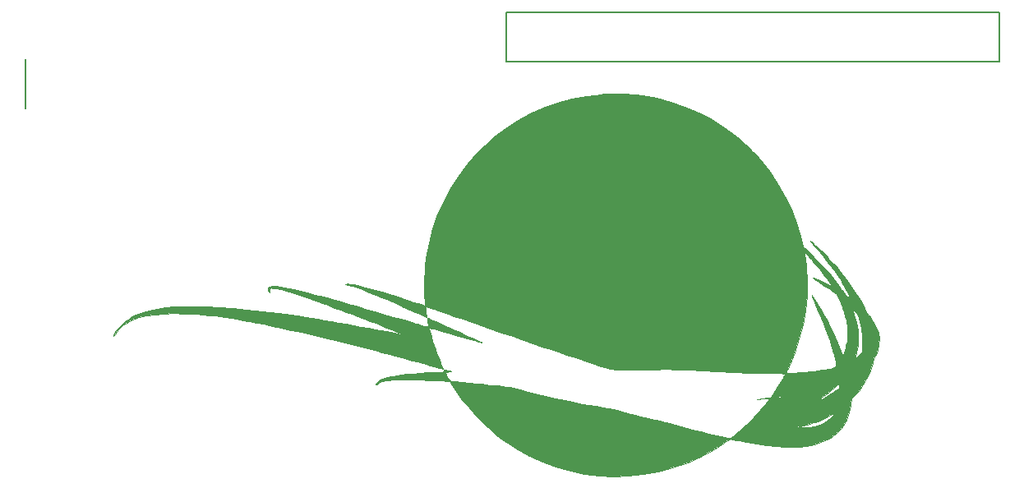
<source format=gbr>
G04 #@! TF.GenerationSoftware,KiCad,Pcbnew,(6.0.8)*
G04 #@! TF.CreationDate,2022-11-19T16:11:50-06:00*
G04 #@! TF.ProjectId,NavBoard_Hardware,4e617642-6f61-4726-945f-486172647761,2_ 2023*
G04 #@! TF.SameCoordinates,Original*
G04 #@! TF.FileFunction,Legend,Bot*
G04 #@! TF.FilePolarity,Positive*
%FSLAX46Y46*%
G04 Gerber Fmt 4.6, Leading zero omitted, Abs format (unit mm)*
G04 Created by KiCad (PCBNEW (6.0.8)) date 2022-11-19 16:11:50*
%MOMM*%
%LPD*%
G01*
G04 APERTURE LIST*
%ADD10C,0.150000*%
%ADD11C,0.010000*%
G04 APERTURE END LIST*
D10*
X139980000Y-43710000D02*
X139980000Y-38630000D01*
X89180000Y-38630000D02*
X89180000Y-43710000D01*
X89180000Y-43710000D02*
X139980000Y-43710000D01*
X139980000Y-38630000D02*
X89180000Y-38630000D01*
X39650000Y-43456000D02*
X39650000Y-48536000D01*
G36*
X65930898Y-66913715D02*
G01*
X66277035Y-66968823D01*
X66755514Y-67061998D01*
X67329524Y-67187230D01*
X67989265Y-67342038D01*
X68724934Y-67523944D01*
X69526728Y-67730465D01*
X70384847Y-67959120D01*
X71289488Y-68207430D01*
X72230850Y-68472913D01*
X73199129Y-68753090D01*
X73408484Y-68814389D01*
X74008457Y-68989679D01*
X74645375Y-69175283D01*
X75288804Y-69362358D01*
X75908315Y-69542064D01*
X76473475Y-69705558D01*
X76953855Y-69844001D01*
X77284941Y-69939526D01*
X77832156Y-70098668D01*
X78400083Y-70265123D01*
X78954659Y-70428859D01*
X79461828Y-70579847D01*
X79887531Y-70708052D01*
X80068470Y-70762666D01*
X80423067Y-70867584D01*
X80729869Y-70955555D01*
X80972144Y-71021935D01*
X81133161Y-71062078D01*
X81196191Y-71071341D01*
X81198822Y-71065139D01*
X81194928Y-70975470D01*
X81169678Y-70805850D01*
X81127348Y-70586391D01*
X81115279Y-70526579D01*
X81083672Y-70323637D01*
X81076516Y-70182140D01*
X81095726Y-70129723D01*
X81100482Y-70130836D01*
X81186149Y-70165007D01*
X81365993Y-70242742D01*
X81627633Y-70358420D01*
X81958688Y-70506419D01*
X82346776Y-70681116D01*
X82779516Y-70876890D01*
X83244528Y-71088120D01*
X83729430Y-71309182D01*
X84221841Y-71534456D01*
X84709381Y-71758318D01*
X85179666Y-71975148D01*
X85620318Y-72179324D01*
X86018955Y-72365222D01*
X86186965Y-72445634D01*
X86365105Y-72536186D01*
X86471387Y-72597329D01*
X86487080Y-72618913D01*
X86478726Y-72617809D01*
X86375477Y-72593370D01*
X86174435Y-72540028D01*
X85889801Y-72461833D01*
X85535774Y-72362833D01*
X85126557Y-72247076D01*
X84676348Y-72118611D01*
X84199350Y-71981485D01*
X83709763Y-71839749D01*
X83221786Y-71697450D01*
X82749622Y-71558635D01*
X82307469Y-71427355D01*
X82034966Y-71347379D01*
X81741442Y-71264805D01*
X81505264Y-71202409D01*
X81345583Y-71165214D01*
X81281555Y-71158245D01*
X81274785Y-71174985D01*
X81283047Y-71291462D01*
X81326844Y-71498476D01*
X81400992Y-71780054D01*
X81500299Y-72120226D01*
X81619582Y-72503021D01*
X81753655Y-72912466D01*
X81897330Y-73332592D01*
X82045421Y-73747427D01*
X82192741Y-74140998D01*
X82334104Y-74497336D01*
X82464325Y-74800468D01*
X82737602Y-75403419D01*
X82447437Y-75326873D01*
X82442650Y-75325607D01*
X82288957Y-75283766D01*
X82044515Y-75215889D01*
X81732895Y-75128583D01*
X81377678Y-75028450D01*
X81002436Y-74922096D01*
X80988502Y-74918137D01*
X80555367Y-74796781D01*
X80048530Y-74657373D01*
X79509161Y-74511082D01*
X78978432Y-74369078D01*
X78497514Y-74242530D01*
X78015204Y-74116006D01*
X77463170Y-73969465D01*
X76894225Y-73816995D01*
X76352784Y-73670499D01*
X75883268Y-73541882D01*
X75363647Y-73399476D01*
X73327870Y-72862521D01*
X71215029Y-72337034D01*
X69059175Y-71831548D01*
X68123366Y-71619459D01*
X67013075Y-71370361D01*
X66001714Y-71146944D01*
X65079351Y-70947402D01*
X64236053Y-70769924D01*
X63461889Y-70612703D01*
X62746928Y-70473926D01*
X62081236Y-70351785D01*
X61454883Y-70244470D01*
X60857936Y-70150173D01*
X60280464Y-70067084D01*
X59712535Y-69993392D01*
X59144217Y-69927288D01*
X58565577Y-69866965D01*
X57966685Y-69810610D01*
X57328458Y-69757994D01*
X56081159Y-69685908D01*
X54938871Y-69664419D01*
X53898831Y-69693810D01*
X52958266Y-69774363D01*
X52114412Y-69906364D01*
X51364501Y-70090096D01*
X50705766Y-70325842D01*
X50135439Y-70613887D01*
X50116456Y-70625320D01*
X49692017Y-70937487D01*
X49273460Y-71349424D01*
X48879851Y-71842472D01*
X48774019Y-71991399D01*
X48848348Y-71788689D01*
X48867918Y-71739228D01*
X49028416Y-71447159D01*
X49266256Y-71129150D01*
X49558524Y-70813158D01*
X49882309Y-70527136D01*
X49932661Y-70487796D01*
X50235869Y-70268943D01*
X50545317Y-70081907D01*
X50888863Y-69912738D01*
X51294367Y-69747488D01*
X51789690Y-69572211D01*
X51794122Y-69570721D01*
X52490762Y-69367731D01*
X53261822Y-69202577D01*
X54110572Y-69075326D01*
X55040288Y-68986048D01*
X56054242Y-68934811D01*
X57155710Y-68921684D01*
X58347964Y-68946734D01*
X59634278Y-69010030D01*
X61017926Y-69111640D01*
X62502183Y-69251635D01*
X64090321Y-69430080D01*
X65785614Y-69647046D01*
X67591336Y-69902599D01*
X67696795Y-69918436D01*
X68073753Y-69977716D01*
X68549732Y-70055537D01*
X69110600Y-70149407D01*
X69742217Y-70256829D01*
X70430453Y-70375309D01*
X71161171Y-70502351D01*
X71920237Y-70635461D01*
X72693517Y-70772143D01*
X73466875Y-70909903D01*
X74226178Y-71046245D01*
X74957291Y-71178676D01*
X75646078Y-71304698D01*
X76278405Y-71421818D01*
X76840137Y-71527540D01*
X77317142Y-71619371D01*
X77603740Y-71674913D01*
X77970877Y-71744498D01*
X78284378Y-71802084D01*
X78528207Y-71844803D01*
X78686328Y-71869790D01*
X78742705Y-71874178D01*
X78732107Y-71866796D01*
X78631667Y-71821229D01*
X78433387Y-71738856D01*
X78147364Y-71623558D01*
X77783693Y-71479215D01*
X77352471Y-71309707D01*
X76863793Y-71118913D01*
X76327756Y-70910712D01*
X75754456Y-70688986D01*
X75153989Y-70457613D01*
X74536450Y-70220473D01*
X73911936Y-69981447D01*
X73290542Y-69744414D01*
X72682367Y-69513254D01*
X72097503Y-69291846D01*
X71546049Y-69084071D01*
X71038100Y-68893808D01*
X70583752Y-68724938D01*
X70193099Y-68581338D01*
X69876241Y-68466891D01*
X69557783Y-68353960D01*
X68675601Y-68047686D01*
X67874312Y-67779662D01*
X67157639Y-67550932D01*
X66529310Y-67362534D01*
X65993050Y-67215507D01*
X65552585Y-67110894D01*
X65211637Y-67049732D01*
X64973938Y-67033062D01*
X64843208Y-67061925D01*
X64842019Y-67062753D01*
X64793710Y-67166691D01*
X64811294Y-67348143D01*
X64817665Y-67376219D01*
X64826143Y-67487562D01*
X64793317Y-67502580D01*
X64733869Y-67428664D01*
X64662483Y-67273210D01*
X64640894Y-67160926D01*
X64697902Y-67022757D01*
X64860100Y-66927621D01*
X65122796Y-66876848D01*
X65481293Y-66871769D01*
X65930898Y-66913715D01*
G37*
D11*
X65930898Y-66913715D02*
X66277035Y-66968823D01*
X66755514Y-67061998D01*
X67329524Y-67187230D01*
X67989265Y-67342038D01*
X68724934Y-67523944D01*
X69526728Y-67730465D01*
X70384847Y-67959120D01*
X71289488Y-68207430D01*
X72230850Y-68472913D01*
X73199129Y-68753090D01*
X73408484Y-68814389D01*
X74008457Y-68989679D01*
X74645375Y-69175283D01*
X75288804Y-69362358D01*
X75908315Y-69542064D01*
X76473475Y-69705558D01*
X76953855Y-69844001D01*
X77284941Y-69939526D01*
X77832156Y-70098668D01*
X78400083Y-70265123D01*
X78954659Y-70428859D01*
X79461828Y-70579847D01*
X79887531Y-70708052D01*
X80068470Y-70762666D01*
X80423067Y-70867584D01*
X80729869Y-70955555D01*
X80972144Y-71021935D01*
X81133161Y-71062078D01*
X81196191Y-71071341D01*
X81198822Y-71065139D01*
X81194928Y-70975470D01*
X81169678Y-70805850D01*
X81127348Y-70586391D01*
X81115279Y-70526579D01*
X81083672Y-70323637D01*
X81076516Y-70182140D01*
X81095726Y-70129723D01*
X81100482Y-70130836D01*
X81186149Y-70165007D01*
X81365993Y-70242742D01*
X81627633Y-70358420D01*
X81958688Y-70506419D01*
X82346776Y-70681116D01*
X82779516Y-70876890D01*
X83244528Y-71088120D01*
X83729430Y-71309182D01*
X84221841Y-71534456D01*
X84709381Y-71758318D01*
X85179666Y-71975148D01*
X85620318Y-72179324D01*
X86018955Y-72365222D01*
X86186965Y-72445634D01*
X86365105Y-72536186D01*
X86471387Y-72597329D01*
X86487080Y-72618913D01*
X86478726Y-72617809D01*
X86375477Y-72593370D01*
X86174435Y-72540028D01*
X85889801Y-72461833D01*
X85535774Y-72362833D01*
X85126557Y-72247076D01*
X84676348Y-72118611D01*
X84199350Y-71981485D01*
X83709763Y-71839749D01*
X83221786Y-71697450D01*
X82749622Y-71558635D01*
X82307469Y-71427355D01*
X82034966Y-71347379D01*
X81741442Y-71264805D01*
X81505264Y-71202409D01*
X81345583Y-71165214D01*
X81281555Y-71158245D01*
X81274785Y-71174985D01*
X81283047Y-71291462D01*
X81326844Y-71498476D01*
X81400992Y-71780054D01*
X81500299Y-72120226D01*
X81619582Y-72503021D01*
X81753655Y-72912466D01*
X81897330Y-73332592D01*
X82045421Y-73747427D01*
X82192741Y-74140998D01*
X82334104Y-74497336D01*
X82464325Y-74800468D01*
X82737602Y-75403419D01*
X82447437Y-75326873D01*
X82442650Y-75325607D01*
X82288957Y-75283766D01*
X82044515Y-75215889D01*
X81732895Y-75128583D01*
X81377678Y-75028450D01*
X81002436Y-74922096D01*
X80988502Y-74918137D01*
X80555367Y-74796781D01*
X80048530Y-74657373D01*
X79509161Y-74511082D01*
X78978432Y-74369078D01*
X78497514Y-74242530D01*
X78015204Y-74116006D01*
X77463170Y-73969465D01*
X76894225Y-73816995D01*
X76352784Y-73670499D01*
X75883268Y-73541882D01*
X75363647Y-73399476D01*
X73327870Y-72862521D01*
X71215029Y-72337034D01*
X69059175Y-71831548D01*
X68123366Y-71619459D01*
X67013075Y-71370361D01*
X66001714Y-71146944D01*
X65079351Y-70947402D01*
X64236053Y-70769924D01*
X63461889Y-70612703D01*
X62746928Y-70473926D01*
X62081236Y-70351785D01*
X61454883Y-70244470D01*
X60857936Y-70150173D01*
X60280464Y-70067084D01*
X59712535Y-69993392D01*
X59144217Y-69927288D01*
X58565577Y-69866965D01*
X57966685Y-69810610D01*
X57328458Y-69757994D01*
X56081159Y-69685908D01*
X54938871Y-69664419D01*
X53898831Y-69693810D01*
X52958266Y-69774363D01*
X52114412Y-69906364D01*
X51364501Y-70090096D01*
X50705766Y-70325842D01*
X50135439Y-70613887D01*
X50116456Y-70625320D01*
X49692017Y-70937487D01*
X49273460Y-71349424D01*
X48879851Y-71842472D01*
X48774019Y-71991399D01*
X48848348Y-71788689D01*
X48867918Y-71739228D01*
X49028416Y-71447159D01*
X49266256Y-71129150D01*
X49558524Y-70813158D01*
X49882309Y-70527136D01*
X49932661Y-70487796D01*
X50235869Y-70268943D01*
X50545317Y-70081907D01*
X50888863Y-69912738D01*
X51294367Y-69747488D01*
X51789690Y-69572211D01*
X51794122Y-69570721D01*
X52490762Y-69367731D01*
X53261822Y-69202577D01*
X54110572Y-69075326D01*
X55040288Y-68986048D01*
X56054242Y-68934811D01*
X57155710Y-68921684D01*
X58347964Y-68946734D01*
X59634278Y-69010030D01*
X61017926Y-69111640D01*
X62502183Y-69251635D01*
X64090321Y-69430080D01*
X65785614Y-69647046D01*
X67591336Y-69902599D01*
X67696795Y-69918436D01*
X68073753Y-69977716D01*
X68549732Y-70055537D01*
X69110600Y-70149407D01*
X69742217Y-70256829D01*
X70430453Y-70375309D01*
X71161171Y-70502351D01*
X71920237Y-70635461D01*
X72693517Y-70772143D01*
X73466875Y-70909903D01*
X74226178Y-71046245D01*
X74957291Y-71178676D01*
X75646078Y-71304698D01*
X76278405Y-71421818D01*
X76840137Y-71527540D01*
X77317142Y-71619371D01*
X77603740Y-71674913D01*
X77970877Y-71744498D01*
X78284378Y-71802084D01*
X78528207Y-71844803D01*
X78686328Y-71869790D01*
X78742705Y-71874178D01*
X78732107Y-71866796D01*
X78631667Y-71821229D01*
X78433387Y-71738856D01*
X78147364Y-71623558D01*
X77783693Y-71479215D01*
X77352471Y-71309707D01*
X76863793Y-71118913D01*
X76327756Y-70910712D01*
X75754456Y-70688986D01*
X75153989Y-70457613D01*
X74536450Y-70220473D01*
X73911936Y-69981447D01*
X73290542Y-69744414D01*
X72682367Y-69513254D01*
X72097503Y-69291846D01*
X71546049Y-69084071D01*
X71038100Y-68893808D01*
X70583752Y-68724938D01*
X70193099Y-68581338D01*
X69876241Y-68466891D01*
X69557783Y-68353960D01*
X68675601Y-68047686D01*
X67874312Y-67779662D01*
X67157639Y-67550932D01*
X66529310Y-67362534D01*
X65993050Y-67215507D01*
X65552585Y-67110894D01*
X65211637Y-67049732D01*
X64973938Y-67033062D01*
X64843208Y-67061925D01*
X64842019Y-67062753D01*
X64793710Y-67166691D01*
X64811294Y-67348143D01*
X64817665Y-67376219D01*
X64826143Y-67487562D01*
X64793317Y-67502580D01*
X64733869Y-67428664D01*
X64662483Y-67273210D01*
X64640894Y-67160926D01*
X64697902Y-67022757D01*
X64860100Y-66927621D01*
X65122796Y-66876848D01*
X65481293Y-66871769D01*
X65930898Y-66913715D01*
G36*
X126102497Y-69094361D02*
G01*
X126113538Y-69117924D01*
X126255587Y-69388433D01*
X126419619Y-69657405D01*
X126572325Y-69869862D01*
X126602406Y-69906853D01*
X127020395Y-70495831D01*
X127332311Y-71091771D01*
X127536180Y-71687014D01*
X127630028Y-72273904D01*
X127611918Y-72843717D01*
X127611885Y-72844784D01*
X127479777Y-73391998D01*
X127466683Y-73428294D01*
X127371247Y-73671487D01*
X127275190Y-73886203D01*
X127197477Y-74029606D01*
X127140115Y-74139889D01*
X127062519Y-74349728D01*
X127001381Y-74581012D01*
X126954398Y-74786854D01*
X126720875Y-75523456D01*
X126390885Y-76264251D01*
X126078428Y-76809494D01*
X125978385Y-76984070D01*
X125497326Y-77657744D01*
X124961663Y-78260105D01*
X124882465Y-78342824D01*
X124786705Y-78474880D01*
X124736267Y-78624821D01*
X124709033Y-78843751D01*
X124677612Y-79131248D01*
X124519417Y-79894372D01*
X124257820Y-80597250D01*
X123893150Y-81238913D01*
X123656156Y-81544716D01*
X123295902Y-81921185D01*
X122891623Y-82270481D01*
X122481600Y-82556861D01*
X122197366Y-82708000D01*
X121809299Y-82877066D01*
X121378256Y-83036401D01*
X120943755Y-83171495D01*
X120545316Y-83267835D01*
X120064463Y-83348375D01*
X119390322Y-83418101D01*
X118665867Y-83444951D01*
X117881001Y-83428389D01*
X117025627Y-83367881D01*
X116089645Y-83262890D01*
X115062960Y-83112880D01*
X113935474Y-82917318D01*
X113629077Y-82860706D01*
X113241001Y-82789211D01*
X112899930Y-82726610D01*
X112623632Y-82676155D01*
X112429878Y-82641098D01*
X112336435Y-82624690D01*
X112218406Y-82645588D01*
X112027532Y-82742747D01*
X111758899Y-82920516D01*
X111639252Y-83004391D01*
X110468272Y-83750993D01*
X109218288Y-84422149D01*
X107908743Y-85009054D01*
X106559084Y-85502907D01*
X105188754Y-85894904D01*
X104770453Y-85992977D01*
X103273418Y-86266197D01*
X101766785Y-86422361D01*
X100257623Y-86462558D01*
X98753002Y-86387877D01*
X97259993Y-86199406D01*
X95785665Y-85898236D01*
X94337087Y-85485455D01*
X92921331Y-84962152D01*
X91545464Y-84329417D01*
X90216558Y-83588338D01*
X89478900Y-83119497D01*
X88794356Y-82641317D01*
X88145947Y-82138417D01*
X87509515Y-81591044D01*
X86860903Y-80979437D01*
X86175953Y-80283844D01*
X86115953Y-80220944D01*
X85634329Y-79704979D01*
X85220502Y-79237047D01*
X84853241Y-78790367D01*
X84511319Y-78338159D01*
X84173506Y-77853642D01*
X83818575Y-77310036D01*
X83416171Y-76677951D01*
X83203613Y-76652561D01*
X83139612Y-76646629D01*
X82949446Y-76633483D01*
X82668830Y-76616799D01*
X82316076Y-76597463D01*
X81909494Y-76576363D01*
X81467395Y-76554384D01*
X81008091Y-76532413D01*
X80549891Y-76511337D01*
X80111106Y-76492039D01*
X79710048Y-76475408D01*
X79365025Y-76462329D01*
X79094351Y-76453689D01*
X78776383Y-76451232D01*
X78362092Y-76460363D01*
X77921240Y-76480334D01*
X77483155Y-76509175D01*
X77077171Y-76544918D01*
X76732616Y-76585593D01*
X76478821Y-76629232D01*
X76465197Y-76632335D01*
X76187538Y-76730309D01*
X75970169Y-76891529D01*
X75898398Y-76961435D01*
X75817261Y-77029303D01*
X75789435Y-77018352D01*
X75795060Y-76933323D01*
X75800192Y-76905399D01*
X75901715Y-76732284D01*
X76120769Y-76568117D01*
X76455364Y-76413847D01*
X76903505Y-76270422D01*
X77463201Y-76138794D01*
X77495349Y-76132288D01*
X77937274Y-76052625D01*
X78429664Y-75981791D01*
X78984117Y-75918739D01*
X79612237Y-75862415D01*
X80325621Y-75811772D01*
X81135873Y-75765762D01*
X82054592Y-75723332D01*
X82106876Y-75721128D01*
X82416600Y-75706769D01*
X82626524Y-75691943D01*
X82754385Y-75672561D01*
X82817925Y-75644531D01*
X82834880Y-75603764D01*
X82822991Y-75546172D01*
X82805946Y-75480374D01*
X82819284Y-75437752D01*
X82897112Y-75444506D01*
X83063969Y-75495478D01*
X83148500Y-75522383D01*
X83357097Y-75584918D01*
X83519679Y-75628775D01*
X83525880Y-75630297D01*
X83566200Y-75652830D01*
X83491071Y-75669443D01*
X83304782Y-75679130D01*
X83116429Y-75688382D01*
X82973663Y-75704953D01*
X82919397Y-75724834D01*
X82923950Y-75741781D01*
X82970815Y-75844456D01*
X83054204Y-76006033D01*
X83156411Y-76194302D01*
X83259732Y-76377054D01*
X83346461Y-76522080D01*
X83398895Y-76597168D01*
X83423096Y-76608012D01*
X83550333Y-76634877D01*
X83764048Y-76665998D01*
X84042016Y-76698338D01*
X84362007Y-76728855D01*
X84426336Y-76734404D01*
X84816716Y-76769257D01*
X85219015Y-76806865D01*
X85589362Y-76843057D01*
X85883884Y-76873657D01*
X86006662Y-76886770D01*
X86300406Y-76917060D01*
X86673178Y-76954574D01*
X87099209Y-76996753D01*
X87552733Y-77041033D01*
X88007981Y-77084851D01*
X88338529Y-77117292D01*
X88807682Y-77168397D01*
X89205456Y-77220764D01*
X89562097Y-77279609D01*
X89907848Y-77350152D01*
X90272954Y-77437610D01*
X90687657Y-77547202D01*
X91382591Y-77733662D01*
X92850509Y-78107342D01*
X94260676Y-78436320D01*
X95646705Y-78727844D01*
X97042209Y-78989162D01*
X98480804Y-79227520D01*
X99151236Y-79337465D01*
X99754038Y-79449753D01*
X100312420Y-79570304D01*
X100864471Y-79707352D01*
X101448277Y-79869133D01*
X101496549Y-79883013D01*
X101971298Y-80014022D01*
X102483369Y-80146957D01*
X102994750Y-80272463D01*
X103467428Y-80381179D01*
X103863392Y-80463747D01*
X104127138Y-80518026D01*
X104553049Y-80614478D01*
X105041341Y-80732561D01*
X105562146Y-80864825D01*
X106085602Y-81003817D01*
X106581841Y-81142085D01*
X106896795Y-81231450D01*
X107471824Y-81390682D01*
X108063947Y-81550191D01*
X108661083Y-81707055D01*
X109251152Y-81858350D01*
X109822075Y-82001155D01*
X110361770Y-82132547D01*
X110858158Y-82249603D01*
X111299158Y-82349402D01*
X111672690Y-82429021D01*
X111966673Y-82485537D01*
X112169029Y-82516029D01*
X112267676Y-82517574D01*
X112371238Y-82469275D01*
X112582037Y-82329596D01*
X112851910Y-82118514D01*
X113169179Y-81847536D01*
X113522166Y-81528171D01*
X113640658Y-81416210D01*
X119107786Y-81416210D01*
X119137810Y-81428297D01*
X119266194Y-81436931D01*
X119476906Y-81441361D01*
X119753910Y-81440832D01*
X119938539Y-81437397D01*
X120439086Y-81407464D01*
X120873506Y-81342691D01*
X121280430Y-81235907D01*
X121698487Y-81079942D01*
X121935301Y-80965859D01*
X122180817Y-80802625D01*
X122446381Y-80572827D01*
X122501797Y-80520228D01*
X122674650Y-80349093D01*
X122809403Y-80205257D01*
X122880670Y-80115460D01*
X122918624Y-80043036D01*
X122940537Y-79947384D01*
X122881392Y-79939143D01*
X122744268Y-80020460D01*
X122605777Y-80112122D01*
X122328527Y-80272169D01*
X121991892Y-80448255D01*
X121627415Y-80624712D01*
X121266643Y-80785873D01*
X120941118Y-80916068D01*
X120918498Y-80924345D01*
X120431725Y-81083115D01*
X119835165Y-81244954D01*
X119123737Y-81411247D01*
X119107786Y-81416210D01*
X113640658Y-81416210D01*
X113899192Y-81171927D01*
X114288582Y-80790310D01*
X114678659Y-80394829D01*
X115057743Y-79996992D01*
X115414158Y-79608306D01*
X115736227Y-79240279D01*
X116012272Y-78904418D01*
X116177170Y-78683753D01*
X121259713Y-78683753D01*
X121308210Y-78676871D01*
X121439831Y-78619243D01*
X121634664Y-78521694D01*
X121872795Y-78395045D01*
X122134313Y-78250118D01*
X122399305Y-78097737D01*
X122647857Y-77948723D01*
X122860059Y-77813899D01*
X122885150Y-77797275D01*
X123143467Y-77624253D01*
X123318420Y-77498565D01*
X123425934Y-77403297D01*
X123481930Y-77321534D01*
X123502336Y-77236360D01*
X123503075Y-77130859D01*
X123502469Y-77111522D01*
X123496643Y-77026317D01*
X123477064Y-76978571D01*
X123430765Y-76974989D01*
X123344777Y-77022285D01*
X123206132Y-77127164D01*
X123001862Y-77296337D01*
X122718999Y-77536514D01*
X122450657Y-77760159D01*
X122161197Y-77993060D01*
X121892346Y-78201805D01*
X121678927Y-78358859D01*
X121603033Y-78412568D01*
X121427504Y-78541325D01*
X121305462Y-78637589D01*
X121259713Y-78683689D01*
X121259713Y-78683753D01*
X116177170Y-78683753D01*
X116230616Y-78612232D01*
X116348858Y-78442442D01*
X115697728Y-78461483D01*
X115046599Y-78480525D01*
X115643412Y-78415019D01*
X115811417Y-78397354D01*
X115992443Y-78380553D01*
X116461751Y-78380553D01*
X116495078Y-78389047D01*
X116625213Y-78386295D01*
X116830834Y-78369421D01*
X117087409Y-78340012D01*
X117288870Y-78313716D01*
X117682848Y-78258583D01*
X117959903Y-78213533D01*
X118119130Y-78178724D01*
X118159631Y-78154309D01*
X118156888Y-78152841D01*
X118076812Y-78151891D01*
X117909359Y-78165541D01*
X117680377Y-78190345D01*
X117415712Y-78222860D01*
X117141209Y-78259641D01*
X116882715Y-78297246D01*
X116666077Y-78332228D01*
X116517140Y-78361145D01*
X116461751Y-78380553D01*
X115992443Y-78380553D01*
X116044959Y-78375679D01*
X116216292Y-78363432D01*
X116296881Y-78362889D01*
X116318280Y-78363787D01*
X116407610Y-78314670D01*
X116534725Y-78181078D01*
X116592294Y-78105286D01*
X118237987Y-78105286D01*
X118237987Y-78147746D01*
X118280448Y-78147746D01*
X118280447Y-78105287D01*
X118237987Y-78105286D01*
X116592294Y-78105286D01*
X116705822Y-77955820D01*
X116927095Y-77631709D01*
X116977887Y-77553582D01*
X117106804Y-77348806D01*
X117259117Y-77100831D01*
X117422489Y-76830439D01*
X117584582Y-76558408D01*
X117733057Y-76305520D01*
X117855577Y-76092553D01*
X117939802Y-75940290D01*
X117973398Y-75869508D01*
X117934856Y-75865604D01*
X117791432Y-75860140D01*
X117557095Y-75854208D01*
X117247848Y-75848153D01*
X116879698Y-75842322D01*
X116468648Y-75837058D01*
X116347192Y-75835581D01*
X115601344Y-75822963D01*
X114798071Y-75803987D01*
X114761954Y-75802934D01*
X118033047Y-75802934D01*
X118048912Y-75809085D01*
X118160837Y-75813581D01*
X118364489Y-75809489D01*
X118641538Y-75797922D01*
X118973651Y-75779993D01*
X119342495Y-75756813D01*
X119729741Y-75729497D01*
X120117056Y-75699156D01*
X120486107Y-75666903D01*
X120664802Y-75649138D01*
X120744521Y-75641213D01*
X120818565Y-75633852D01*
X120931561Y-75621314D01*
X121331985Y-75571628D01*
X121738080Y-75514377D01*
X122108087Y-75455692D01*
X122400249Y-75401699D01*
X122592488Y-75358098D01*
X122838628Y-75290476D01*
X123026472Y-75224720D01*
X123126043Y-75170383D01*
X123146773Y-75145859D01*
X123175816Y-75079007D01*
X123184220Y-74979122D01*
X123169576Y-74832565D01*
X123129478Y-74625700D01*
X123061518Y-74344891D01*
X122963288Y-73976499D01*
X122832382Y-73506888D01*
X122817549Y-73454400D01*
X122675782Y-72964128D01*
X122539162Y-72517068D01*
X122399784Y-72091461D01*
X122249739Y-71665549D01*
X122081119Y-71217573D01*
X121886015Y-70725776D01*
X121656523Y-70168399D01*
X121384730Y-69523684D01*
X121254665Y-69215746D01*
X121087271Y-68813370D01*
X120943702Y-68461020D01*
X120828705Y-68170747D01*
X120747030Y-67954600D01*
X120703424Y-67824627D01*
X120702636Y-67792877D01*
X120725093Y-67818828D01*
X120815071Y-67947299D01*
X120949207Y-68156855D01*
X121117591Y-68430715D01*
X121310311Y-68752099D01*
X121517460Y-69104225D01*
X121729126Y-69470310D01*
X121935400Y-69833574D01*
X122126372Y-70177237D01*
X122292132Y-70484515D01*
X122380254Y-70654481D01*
X122597967Y-71094867D01*
X122835017Y-71597125D01*
X123076277Y-72127663D01*
X123306618Y-72652892D01*
X123510916Y-73139222D01*
X123674041Y-73553062D01*
X123689829Y-73594684D01*
X123769005Y-73790149D01*
X123833070Y-73927647D01*
X123869396Y-73979606D01*
X123871252Y-73979399D01*
X123916384Y-73919324D01*
X123982283Y-73769929D01*
X124060567Y-73556746D01*
X124142854Y-73305309D01*
X124220763Y-73041148D01*
X124285912Y-72789795D01*
X124329919Y-72576786D01*
X124339414Y-72515637D01*
X124382131Y-72048467D01*
X124387727Y-71527667D01*
X124357190Y-71005712D01*
X124291507Y-70535077D01*
X124245403Y-70329687D01*
X124134633Y-69933595D01*
X123989300Y-69486557D01*
X123863745Y-69139746D01*
X124868236Y-69139746D01*
X125070032Y-69763639D01*
X125286920Y-70534237D01*
X125438854Y-71370764D01*
X125488904Y-72173016D01*
X125437853Y-72955340D01*
X125286484Y-73732087D01*
X125272653Y-73785601D01*
X125215570Y-74008111D01*
X125183735Y-74141378D01*
X125173252Y-74208201D01*
X125180222Y-74231380D01*
X125200752Y-74233715D01*
X125256264Y-74201532D01*
X125378142Y-74111270D01*
X125537791Y-73983394D01*
X125840097Y-73733722D01*
X125888473Y-73272579D01*
X125914556Y-72942370D01*
X125906248Y-72082153D01*
X125790862Y-71182207D01*
X125567761Y-70236501D01*
X125521766Y-70084059D01*
X125433005Y-69855526D01*
X125319593Y-69665680D01*
X125153417Y-69461971D01*
X124868236Y-69139746D01*
X123863745Y-69139746D01*
X123821556Y-69023212D01*
X123643553Y-68578202D01*
X123467446Y-68186165D01*
X123226021Y-67686692D01*
X122636693Y-67262684D01*
X122448756Y-67129147D01*
X122102575Y-66888710D01*
X121741921Y-66643540D01*
X121420009Y-66430056D01*
X121397116Y-66415120D01*
X121161530Y-66258484D01*
X120969428Y-66125574D01*
X120840055Y-66030028D01*
X120792654Y-65985481D01*
X120800629Y-65977669D01*
X120889812Y-65995385D01*
X121068845Y-66063361D01*
X121326361Y-66176694D01*
X121650996Y-66330481D01*
X122031382Y-66519819D01*
X122062762Y-66535684D01*
X122306291Y-66653082D01*
X122501174Y-66737103D01*
X122628272Y-66780097D01*
X122668442Y-66774415D01*
X122635163Y-66708444D01*
X122538809Y-66555525D01*
X122394524Y-66342299D01*
X122216186Y-66088223D01*
X122017682Y-65812757D01*
X121812891Y-65535360D01*
X121615699Y-65275490D01*
X121439988Y-65052603D01*
X121332108Y-64921337D01*
X121130723Y-64683122D01*
X120909430Y-64427779D01*
X120682231Y-64170787D01*
X120463126Y-63927625D01*
X120266119Y-63713772D01*
X120105211Y-63544707D01*
X119994404Y-63435911D01*
X119947701Y-63402862D01*
X119944792Y-63429417D01*
X119953053Y-63552840D01*
X119975308Y-63751949D01*
X120008805Y-63999885D01*
X120114748Y-64881207D01*
X120197529Y-66358342D01*
X120165777Y-67846869D01*
X120020990Y-69336815D01*
X119764661Y-70818210D01*
X119398288Y-72281080D01*
X118923368Y-73715455D01*
X118341396Y-75111362D01*
X118335358Y-75124426D01*
X118217825Y-75380703D01*
X118121754Y-75593808D01*
X118056909Y-75741848D01*
X118033047Y-75802934D01*
X114761954Y-75802934D01*
X113955124Y-75779411D01*
X113090252Y-75749990D01*
X112221208Y-75716485D01*
X111365744Y-75679650D01*
X110541611Y-75640245D01*
X109766560Y-75599026D01*
X109058343Y-75556749D01*
X108434713Y-75514174D01*
X107913418Y-75472057D01*
X107725250Y-75460079D01*
X107411252Y-75448766D01*
X107007162Y-75440126D01*
X106528969Y-75434288D01*
X105992670Y-75431383D01*
X105414255Y-75431544D01*
X104809717Y-75434902D01*
X104195049Y-75441585D01*
X103855423Y-75446442D01*
X103129339Y-75458003D01*
X102505013Y-75468259D01*
X101969544Y-75475525D01*
X101510039Y-75478121D01*
X101113596Y-75474365D01*
X100767323Y-75462574D01*
X100458319Y-75441065D01*
X100173687Y-75408157D01*
X99900532Y-75362167D01*
X99625954Y-75301414D01*
X99337057Y-75224213D01*
X99020943Y-75128885D01*
X98664717Y-75013747D01*
X98255479Y-74877116D01*
X97780332Y-74717309D01*
X97226381Y-74532645D01*
X96818876Y-74397613D01*
X96101080Y-74158488D01*
X95356447Y-73908783D01*
X94577132Y-73645803D01*
X93755284Y-73366857D01*
X92883058Y-73069251D01*
X91952602Y-72750293D01*
X90956071Y-72407289D01*
X89885615Y-72037549D01*
X88733385Y-71638377D01*
X87491536Y-71207082D01*
X86152217Y-70740971D01*
X84707580Y-70237351D01*
X84456634Y-70149854D01*
X83828500Y-69931297D01*
X83236880Y-69726083D01*
X82691379Y-69537504D01*
X82201600Y-69368857D01*
X81777149Y-69223432D01*
X81427627Y-69104526D01*
X81162639Y-69015433D01*
X80991788Y-68959444D01*
X80924679Y-68939856D01*
X80909803Y-68959248D01*
X80901364Y-69071266D01*
X80913107Y-69260841D01*
X80944150Y-69502483D01*
X81032107Y-70066760D01*
X80865063Y-69991383D01*
X80775007Y-69950813D01*
X80325112Y-69749626D01*
X79804345Y-69518716D01*
X79232763Y-69266827D01*
X78630428Y-69002700D01*
X78017398Y-68735078D01*
X77413733Y-68472703D01*
X76839492Y-68224317D01*
X76314734Y-67998664D01*
X75859519Y-67804485D01*
X75493907Y-67650521D01*
X75068608Y-67474083D01*
X74596357Y-67281364D01*
X74207854Y-67127816D01*
X73888273Y-67008155D01*
X73622786Y-66917098D01*
X73396567Y-66849361D01*
X73194791Y-66799660D01*
X73002628Y-66762712D01*
X72902402Y-66745458D01*
X72721227Y-66708902D01*
X72647816Y-66679960D01*
X72673954Y-66653208D01*
X72791429Y-66623222D01*
X72869098Y-66615610D01*
X73101333Y-66631160D01*
X73435871Y-66685064D01*
X73865776Y-66775466D01*
X74384116Y-66900514D01*
X74983961Y-67058350D01*
X75658374Y-67247121D01*
X76400425Y-67464971D01*
X77203181Y-67710047D01*
X78059708Y-67980492D01*
X78963075Y-68274453D01*
X79255900Y-68370732D01*
X79682523Y-68509640D01*
X80062781Y-68631811D01*
X80383161Y-68732993D01*
X80630155Y-68808935D01*
X80790246Y-68855388D01*
X80849924Y-68868097D01*
X80853444Y-68807290D01*
X80843281Y-68658975D01*
X80821206Y-68457240D01*
X80803101Y-68268154D01*
X80784251Y-67919600D01*
X80772666Y-67495154D01*
X80768177Y-67020411D01*
X80770607Y-66520968D01*
X80779784Y-66022420D01*
X80795535Y-65550360D01*
X80817686Y-65130386D01*
X80846063Y-64788092D01*
X80954451Y-63930169D01*
X81237157Y-62396707D01*
X81629021Y-60913094D01*
X82130574Y-59478051D01*
X82742346Y-58090300D01*
X83464870Y-56748560D01*
X84298676Y-55451553D01*
X85244296Y-54198000D01*
X85402150Y-54010253D01*
X85732726Y-53642074D01*
X86121160Y-53232683D01*
X86545243Y-52803953D01*
X86982765Y-52377751D01*
X87411515Y-51975949D01*
X87809282Y-51620417D01*
X88153858Y-51333025D01*
X89034691Y-50672741D01*
X90328449Y-49828165D01*
X91673444Y-49090458D01*
X93065053Y-48461440D01*
X94498651Y-47942926D01*
X95969612Y-47536735D01*
X97473312Y-47244685D01*
X99005127Y-47068590D01*
X99229459Y-47054199D01*
X99756904Y-47035004D01*
X100346192Y-47029092D01*
X100961027Y-47035877D01*
X101565107Y-47054772D01*
X102122136Y-47085192D01*
X102595817Y-47126553D01*
X103148762Y-47195428D01*
X104670787Y-47464978D01*
X106152074Y-47847396D01*
X107592898Y-48342795D01*
X108993529Y-48951290D01*
X110354241Y-49672994D01*
X111675304Y-50508020D01*
X112956992Y-51456483D01*
X113139229Y-51608549D01*
X113441768Y-51879038D01*
X113790249Y-52205706D01*
X114165269Y-52569146D01*
X114547426Y-52949958D01*
X114917316Y-53328736D01*
X115255533Y-53686077D01*
X115542677Y-54002576D01*
X115759341Y-54258832D01*
X116404490Y-55108850D01*
X117275090Y-56411584D01*
X118031410Y-57750623D01*
X118673765Y-59126599D01*
X119202470Y-60540138D01*
X119617838Y-61991872D01*
X119801003Y-62742823D01*
X120349622Y-63300296D01*
X121169902Y-64133813D01*
X121592602Y-64566387D01*
X122033835Y-65027783D01*
X122410940Y-65436279D01*
X122737149Y-65807474D01*
X123025696Y-66156965D01*
X123289813Y-66500351D01*
X123542736Y-66853228D01*
X123797694Y-67231196D01*
X123805028Y-67242304D01*
X124001942Y-67516893D01*
X124201047Y-67754846D01*
X124386018Y-67939780D01*
X124540535Y-68055305D01*
X124648269Y-68085037D01*
X124652447Y-68080575D01*
X124633783Y-68003347D01*
X124564206Y-67843706D01*
X124452412Y-67618201D01*
X124307094Y-67343382D01*
X124136947Y-67035796D01*
X123950667Y-66711995D01*
X123756946Y-66388526D01*
X123637614Y-66198949D01*
X123342351Y-65758608D01*
X122991671Y-65264571D01*
X122602701Y-64738986D01*
X122192562Y-64203999D01*
X121778382Y-63681757D01*
X121377284Y-63194408D01*
X121006394Y-62764095D01*
X120682836Y-62412967D01*
X120578086Y-62303054D01*
X120518041Y-62230493D01*
X120534297Y-62220745D01*
X120621932Y-62261572D01*
X120651668Y-62279214D01*
X120792034Y-62387679D01*
X120996204Y-62567852D01*
X121251388Y-62806761D01*
X121544793Y-63091435D01*
X121863629Y-63408902D01*
X122195105Y-63746190D01*
X122526429Y-64090328D01*
X122844811Y-64428345D01*
X123137459Y-64747270D01*
X123391582Y-65034129D01*
X123594390Y-65275953D01*
X124217277Y-66077716D01*
X124806731Y-66896403D01*
X125322632Y-67680008D01*
X125695641Y-68312341D01*
X125757160Y-68416629D01*
X126102497Y-69094361D01*
G37*
X126102497Y-69094361D02*
X126113538Y-69117924D01*
X126255587Y-69388433D01*
X126419619Y-69657405D01*
X126572325Y-69869862D01*
X126602406Y-69906853D01*
X127020395Y-70495831D01*
X127332311Y-71091771D01*
X127536180Y-71687014D01*
X127630028Y-72273904D01*
X127611918Y-72843717D01*
X127611885Y-72844784D01*
X127479777Y-73391998D01*
X127466683Y-73428294D01*
X127371247Y-73671487D01*
X127275190Y-73886203D01*
X127197477Y-74029606D01*
X127140115Y-74139889D01*
X127062519Y-74349728D01*
X127001381Y-74581012D01*
X126954398Y-74786854D01*
X126720875Y-75523456D01*
X126390885Y-76264251D01*
X126078428Y-76809494D01*
X125978385Y-76984070D01*
X125497326Y-77657744D01*
X124961663Y-78260105D01*
X124882465Y-78342824D01*
X124786705Y-78474880D01*
X124736267Y-78624821D01*
X124709033Y-78843751D01*
X124677612Y-79131248D01*
X124519417Y-79894372D01*
X124257820Y-80597250D01*
X123893150Y-81238913D01*
X123656156Y-81544716D01*
X123295902Y-81921185D01*
X122891623Y-82270481D01*
X122481600Y-82556861D01*
X122197366Y-82708000D01*
X121809299Y-82877066D01*
X121378256Y-83036401D01*
X120943755Y-83171495D01*
X120545316Y-83267835D01*
X120064463Y-83348375D01*
X119390322Y-83418101D01*
X118665867Y-83444951D01*
X117881001Y-83428389D01*
X117025627Y-83367881D01*
X116089645Y-83262890D01*
X115062960Y-83112880D01*
X113935474Y-82917318D01*
X113629077Y-82860706D01*
X113241001Y-82789211D01*
X112899930Y-82726610D01*
X112623632Y-82676155D01*
X112429878Y-82641098D01*
X112336435Y-82624690D01*
X112218406Y-82645588D01*
X112027532Y-82742747D01*
X111758899Y-82920516D01*
X111639252Y-83004391D01*
X110468272Y-83750993D01*
X109218288Y-84422149D01*
X107908743Y-85009054D01*
X106559084Y-85502907D01*
X105188754Y-85894904D01*
X104770453Y-85992977D01*
X103273418Y-86266197D01*
X101766785Y-86422361D01*
X100257623Y-86462558D01*
X98753002Y-86387877D01*
X97259993Y-86199406D01*
X95785665Y-85898236D01*
X94337087Y-85485455D01*
X92921331Y-84962152D01*
X91545464Y-84329417D01*
X90216558Y-83588338D01*
X89478900Y-83119497D01*
X88794356Y-82641317D01*
X88145947Y-82138417D01*
X87509515Y-81591044D01*
X86860903Y-80979437D01*
X86175953Y-80283844D01*
X86115953Y-80220944D01*
X85634329Y-79704979D01*
X85220502Y-79237047D01*
X84853241Y-78790367D01*
X84511319Y-78338159D01*
X84173506Y-77853642D01*
X83818575Y-77310036D01*
X83416171Y-76677951D01*
X83203613Y-76652561D01*
X83139612Y-76646629D01*
X82949446Y-76633483D01*
X82668830Y-76616799D01*
X82316076Y-76597463D01*
X81909494Y-76576363D01*
X81467395Y-76554384D01*
X81008091Y-76532413D01*
X80549891Y-76511337D01*
X80111106Y-76492039D01*
X79710048Y-76475408D01*
X79365025Y-76462329D01*
X79094351Y-76453689D01*
X78776383Y-76451232D01*
X78362092Y-76460363D01*
X77921240Y-76480334D01*
X77483155Y-76509175D01*
X77077171Y-76544918D01*
X76732616Y-76585593D01*
X76478821Y-76629232D01*
X76465197Y-76632335D01*
X76187538Y-76730309D01*
X75970169Y-76891529D01*
X75898398Y-76961435D01*
X75817261Y-77029303D01*
X75789435Y-77018352D01*
X75795060Y-76933323D01*
X75800192Y-76905399D01*
X75901715Y-76732284D01*
X76120769Y-76568117D01*
X76455364Y-76413847D01*
X76903505Y-76270422D01*
X77463201Y-76138794D01*
X77495349Y-76132288D01*
X77937274Y-76052625D01*
X78429664Y-75981791D01*
X78984117Y-75918739D01*
X79612237Y-75862415D01*
X80325621Y-75811772D01*
X81135873Y-75765762D01*
X82054592Y-75723332D01*
X82106876Y-75721128D01*
X82416600Y-75706769D01*
X82626524Y-75691943D01*
X82754385Y-75672561D01*
X82817925Y-75644531D01*
X82834880Y-75603764D01*
X82822991Y-75546172D01*
X82805946Y-75480374D01*
X82819284Y-75437752D01*
X82897112Y-75444506D01*
X83063969Y-75495478D01*
X83148500Y-75522383D01*
X83357097Y-75584918D01*
X83519679Y-75628775D01*
X83525880Y-75630297D01*
X83566200Y-75652830D01*
X83491071Y-75669443D01*
X83304782Y-75679130D01*
X83116429Y-75688382D01*
X82973663Y-75704953D01*
X82919397Y-75724834D01*
X82923950Y-75741781D01*
X82970815Y-75844456D01*
X83054204Y-76006033D01*
X83156411Y-76194302D01*
X83259732Y-76377054D01*
X83346461Y-76522080D01*
X83398895Y-76597168D01*
X83423096Y-76608012D01*
X83550333Y-76634877D01*
X83764048Y-76665998D01*
X84042016Y-76698338D01*
X84362007Y-76728855D01*
X84426336Y-76734404D01*
X84816716Y-76769257D01*
X85219015Y-76806865D01*
X85589362Y-76843057D01*
X85883884Y-76873657D01*
X86006662Y-76886770D01*
X86300406Y-76917060D01*
X86673178Y-76954574D01*
X87099209Y-76996753D01*
X87552733Y-77041033D01*
X88007981Y-77084851D01*
X88338529Y-77117292D01*
X88807682Y-77168397D01*
X89205456Y-77220764D01*
X89562097Y-77279609D01*
X89907848Y-77350152D01*
X90272954Y-77437610D01*
X90687657Y-77547202D01*
X91382591Y-77733662D01*
X92850509Y-78107342D01*
X94260676Y-78436320D01*
X95646705Y-78727844D01*
X97042209Y-78989162D01*
X98480804Y-79227520D01*
X99151236Y-79337465D01*
X99754038Y-79449753D01*
X100312420Y-79570304D01*
X100864471Y-79707352D01*
X101448277Y-79869133D01*
X101496549Y-79883013D01*
X101971298Y-80014022D01*
X102483369Y-80146957D01*
X102994750Y-80272463D01*
X103467428Y-80381179D01*
X103863392Y-80463747D01*
X104127138Y-80518026D01*
X104553049Y-80614478D01*
X105041341Y-80732561D01*
X105562146Y-80864825D01*
X106085602Y-81003817D01*
X106581841Y-81142085D01*
X106896795Y-81231450D01*
X107471824Y-81390682D01*
X108063947Y-81550191D01*
X108661083Y-81707055D01*
X109251152Y-81858350D01*
X109822075Y-82001155D01*
X110361770Y-82132547D01*
X110858158Y-82249603D01*
X111299158Y-82349402D01*
X111672690Y-82429021D01*
X111966673Y-82485537D01*
X112169029Y-82516029D01*
X112267676Y-82517574D01*
X112371238Y-82469275D01*
X112582037Y-82329596D01*
X112851910Y-82118514D01*
X113169179Y-81847536D01*
X113522166Y-81528171D01*
X113640658Y-81416210D01*
X119107786Y-81416210D01*
X119137810Y-81428297D01*
X119266194Y-81436931D01*
X119476906Y-81441361D01*
X119753910Y-81440832D01*
X119938539Y-81437397D01*
X120439086Y-81407464D01*
X120873506Y-81342691D01*
X121280430Y-81235907D01*
X121698487Y-81079942D01*
X121935301Y-80965859D01*
X122180817Y-80802625D01*
X122446381Y-80572827D01*
X122501797Y-80520228D01*
X122674650Y-80349093D01*
X122809403Y-80205257D01*
X122880670Y-80115460D01*
X122918624Y-80043036D01*
X122940537Y-79947384D01*
X122881392Y-79939143D01*
X122744268Y-80020460D01*
X122605777Y-80112122D01*
X122328527Y-80272169D01*
X121991892Y-80448255D01*
X121627415Y-80624712D01*
X121266643Y-80785873D01*
X120941118Y-80916068D01*
X120918498Y-80924345D01*
X120431725Y-81083115D01*
X119835165Y-81244954D01*
X119123737Y-81411247D01*
X119107786Y-81416210D01*
X113640658Y-81416210D01*
X113899192Y-81171927D01*
X114288582Y-80790310D01*
X114678659Y-80394829D01*
X115057743Y-79996992D01*
X115414158Y-79608306D01*
X115736227Y-79240279D01*
X116012272Y-78904418D01*
X116177170Y-78683753D01*
X121259713Y-78683753D01*
X121308210Y-78676871D01*
X121439831Y-78619243D01*
X121634664Y-78521694D01*
X121872795Y-78395045D01*
X122134313Y-78250118D01*
X122399305Y-78097737D01*
X122647857Y-77948723D01*
X122860059Y-77813899D01*
X122885150Y-77797275D01*
X123143467Y-77624253D01*
X123318420Y-77498565D01*
X123425934Y-77403297D01*
X123481930Y-77321534D01*
X123502336Y-77236360D01*
X123503075Y-77130859D01*
X123502469Y-77111522D01*
X123496643Y-77026317D01*
X123477064Y-76978571D01*
X123430765Y-76974989D01*
X123344777Y-77022285D01*
X123206132Y-77127164D01*
X123001862Y-77296337D01*
X122718999Y-77536514D01*
X122450657Y-77760159D01*
X122161197Y-77993060D01*
X121892346Y-78201805D01*
X121678927Y-78358859D01*
X121603033Y-78412568D01*
X121427504Y-78541325D01*
X121305462Y-78637589D01*
X121259713Y-78683689D01*
X121259713Y-78683753D01*
X116177170Y-78683753D01*
X116230616Y-78612232D01*
X116348858Y-78442442D01*
X115697728Y-78461483D01*
X115046599Y-78480525D01*
X115643412Y-78415019D01*
X115811417Y-78397354D01*
X115992443Y-78380553D01*
X116461751Y-78380553D01*
X116495078Y-78389047D01*
X116625213Y-78386295D01*
X116830834Y-78369421D01*
X117087409Y-78340012D01*
X117288870Y-78313716D01*
X117682848Y-78258583D01*
X117959903Y-78213533D01*
X118119130Y-78178724D01*
X118159631Y-78154309D01*
X118156888Y-78152841D01*
X118076812Y-78151891D01*
X117909359Y-78165541D01*
X117680377Y-78190345D01*
X117415712Y-78222860D01*
X117141209Y-78259641D01*
X116882715Y-78297246D01*
X116666077Y-78332228D01*
X116517140Y-78361145D01*
X116461751Y-78380553D01*
X115992443Y-78380553D01*
X116044959Y-78375679D01*
X116216292Y-78363432D01*
X116296881Y-78362889D01*
X116318280Y-78363787D01*
X116407610Y-78314670D01*
X116534725Y-78181078D01*
X116592294Y-78105286D01*
X118237987Y-78105286D01*
X118237987Y-78147746D01*
X118280448Y-78147746D01*
X118280447Y-78105287D01*
X118237987Y-78105286D01*
X116592294Y-78105286D01*
X116705822Y-77955820D01*
X116927095Y-77631709D01*
X116977887Y-77553582D01*
X117106804Y-77348806D01*
X117259117Y-77100831D01*
X117422489Y-76830439D01*
X117584582Y-76558408D01*
X117733057Y-76305520D01*
X117855577Y-76092553D01*
X117939802Y-75940290D01*
X117973398Y-75869508D01*
X117934856Y-75865604D01*
X117791432Y-75860140D01*
X117557095Y-75854208D01*
X117247848Y-75848153D01*
X116879698Y-75842322D01*
X116468648Y-75837058D01*
X116347192Y-75835581D01*
X115601344Y-75822963D01*
X114798071Y-75803987D01*
X114761954Y-75802934D01*
X118033047Y-75802934D01*
X118048912Y-75809085D01*
X118160837Y-75813581D01*
X118364489Y-75809489D01*
X118641538Y-75797922D01*
X118973651Y-75779993D01*
X119342495Y-75756813D01*
X119729741Y-75729497D01*
X120117056Y-75699156D01*
X120486107Y-75666903D01*
X120664802Y-75649138D01*
X120744521Y-75641213D01*
X120818565Y-75633852D01*
X120931561Y-75621314D01*
X121331985Y-75571628D01*
X121738080Y-75514377D01*
X122108087Y-75455692D01*
X122400249Y-75401699D01*
X122592488Y-75358098D01*
X122838628Y-75290476D01*
X123026472Y-75224720D01*
X123126043Y-75170383D01*
X123146773Y-75145859D01*
X123175816Y-75079007D01*
X123184220Y-74979122D01*
X123169576Y-74832565D01*
X123129478Y-74625700D01*
X123061518Y-74344891D01*
X122963288Y-73976499D01*
X122832382Y-73506888D01*
X122817549Y-73454400D01*
X122675782Y-72964128D01*
X122539162Y-72517068D01*
X122399784Y-72091461D01*
X122249739Y-71665549D01*
X122081119Y-71217573D01*
X121886015Y-70725776D01*
X121656523Y-70168399D01*
X121384730Y-69523684D01*
X121254665Y-69215746D01*
X121087271Y-68813370D01*
X120943702Y-68461020D01*
X120828705Y-68170747D01*
X120747030Y-67954600D01*
X120703424Y-67824627D01*
X120702636Y-67792877D01*
X120725093Y-67818828D01*
X120815071Y-67947299D01*
X120949207Y-68156855D01*
X121117591Y-68430715D01*
X121310311Y-68752099D01*
X121517460Y-69104225D01*
X121729126Y-69470310D01*
X121935400Y-69833574D01*
X122126372Y-70177237D01*
X122292132Y-70484515D01*
X122380254Y-70654481D01*
X122597967Y-71094867D01*
X122835017Y-71597125D01*
X123076277Y-72127663D01*
X123306618Y-72652892D01*
X123510916Y-73139222D01*
X123674041Y-73553062D01*
X123689829Y-73594684D01*
X123769005Y-73790149D01*
X123833070Y-73927647D01*
X123869396Y-73979606D01*
X123871252Y-73979399D01*
X123916384Y-73919324D01*
X123982283Y-73769929D01*
X124060567Y-73556746D01*
X124142854Y-73305309D01*
X124220763Y-73041148D01*
X124285912Y-72789795D01*
X124329919Y-72576786D01*
X124339414Y-72515637D01*
X124382131Y-72048467D01*
X124387727Y-71527667D01*
X124357190Y-71005712D01*
X124291507Y-70535077D01*
X124245403Y-70329687D01*
X124134633Y-69933595D01*
X123989300Y-69486557D01*
X123863745Y-69139746D01*
X124868236Y-69139746D01*
X125070032Y-69763639D01*
X125286920Y-70534237D01*
X125438854Y-71370764D01*
X125488904Y-72173016D01*
X125437853Y-72955340D01*
X125286484Y-73732087D01*
X125272653Y-73785601D01*
X125215570Y-74008111D01*
X125183735Y-74141378D01*
X125173252Y-74208201D01*
X125180222Y-74231380D01*
X125200752Y-74233715D01*
X125256264Y-74201532D01*
X125378142Y-74111270D01*
X125537791Y-73983394D01*
X125840097Y-73733722D01*
X125888473Y-73272579D01*
X125914556Y-72942370D01*
X125906248Y-72082153D01*
X125790862Y-71182207D01*
X125567761Y-70236501D01*
X125521766Y-70084059D01*
X125433005Y-69855526D01*
X125319593Y-69665680D01*
X125153417Y-69461971D01*
X124868236Y-69139746D01*
X123863745Y-69139746D01*
X123821556Y-69023212D01*
X123643553Y-68578202D01*
X123467446Y-68186165D01*
X123226021Y-67686692D01*
X122636693Y-67262684D01*
X122448756Y-67129147D01*
X122102575Y-66888710D01*
X121741921Y-66643540D01*
X121420009Y-66430056D01*
X121397116Y-66415120D01*
X121161530Y-66258484D01*
X120969428Y-66125574D01*
X120840055Y-66030028D01*
X120792654Y-65985481D01*
X120800629Y-65977669D01*
X120889812Y-65995385D01*
X121068845Y-66063361D01*
X121326361Y-66176694D01*
X121650996Y-66330481D01*
X122031382Y-66519819D01*
X122062762Y-66535684D01*
X122306291Y-66653082D01*
X122501174Y-66737103D01*
X122628272Y-66780097D01*
X122668442Y-66774415D01*
X122635163Y-66708444D01*
X122538809Y-66555525D01*
X122394524Y-66342299D01*
X122216186Y-66088223D01*
X122017682Y-65812757D01*
X121812891Y-65535360D01*
X121615699Y-65275490D01*
X121439988Y-65052603D01*
X121332108Y-64921337D01*
X121130723Y-64683122D01*
X120909430Y-64427779D01*
X120682231Y-64170787D01*
X120463126Y-63927625D01*
X120266119Y-63713772D01*
X120105211Y-63544707D01*
X119994404Y-63435911D01*
X119947701Y-63402862D01*
X119944792Y-63429417D01*
X119953053Y-63552840D01*
X119975308Y-63751949D01*
X120008805Y-63999885D01*
X120114748Y-64881207D01*
X120197529Y-66358342D01*
X120165777Y-67846869D01*
X120020990Y-69336815D01*
X119764661Y-70818210D01*
X119398288Y-72281080D01*
X118923368Y-73715455D01*
X118341396Y-75111362D01*
X118335358Y-75124426D01*
X118217825Y-75380703D01*
X118121754Y-75593808D01*
X118056909Y-75741848D01*
X118033047Y-75802934D01*
X114761954Y-75802934D01*
X113955124Y-75779411D01*
X113090252Y-75749990D01*
X112221208Y-75716485D01*
X111365744Y-75679650D01*
X110541611Y-75640245D01*
X109766560Y-75599026D01*
X109058343Y-75556749D01*
X108434713Y-75514174D01*
X107913418Y-75472057D01*
X107725250Y-75460079D01*
X107411252Y-75448766D01*
X107007162Y-75440126D01*
X106528969Y-75434288D01*
X105992670Y-75431383D01*
X105414255Y-75431544D01*
X104809717Y-75434902D01*
X104195049Y-75441585D01*
X103855423Y-75446442D01*
X103129339Y-75458003D01*
X102505013Y-75468259D01*
X101969544Y-75475525D01*
X101510039Y-75478121D01*
X101113596Y-75474365D01*
X100767323Y-75462574D01*
X100458319Y-75441065D01*
X100173687Y-75408157D01*
X99900532Y-75362167D01*
X99625954Y-75301414D01*
X99337057Y-75224213D01*
X99020943Y-75128885D01*
X98664717Y-75013747D01*
X98255479Y-74877116D01*
X97780332Y-74717309D01*
X97226381Y-74532645D01*
X96818876Y-74397613D01*
X96101080Y-74158488D01*
X95356447Y-73908783D01*
X94577132Y-73645803D01*
X93755284Y-73366857D01*
X92883058Y-73069251D01*
X91952602Y-72750293D01*
X90956071Y-72407289D01*
X89885615Y-72037549D01*
X88733385Y-71638377D01*
X87491536Y-71207082D01*
X86152217Y-70740971D01*
X84707580Y-70237351D01*
X84456634Y-70149854D01*
X83828500Y-69931297D01*
X83236880Y-69726083D01*
X82691379Y-69537504D01*
X82201600Y-69368857D01*
X81777149Y-69223432D01*
X81427627Y-69104526D01*
X81162639Y-69015433D01*
X80991788Y-68959444D01*
X80924679Y-68939856D01*
X80909803Y-68959248D01*
X80901364Y-69071266D01*
X80913107Y-69260841D01*
X80944150Y-69502483D01*
X81032107Y-70066760D01*
X80865063Y-69991383D01*
X80775007Y-69950813D01*
X80325112Y-69749626D01*
X79804345Y-69518716D01*
X79232763Y-69266827D01*
X78630428Y-69002700D01*
X78017398Y-68735078D01*
X77413733Y-68472703D01*
X76839492Y-68224317D01*
X76314734Y-67998664D01*
X75859519Y-67804485D01*
X75493907Y-67650521D01*
X75068608Y-67474083D01*
X74596357Y-67281364D01*
X74207854Y-67127816D01*
X73888273Y-67008155D01*
X73622786Y-66917098D01*
X73396567Y-66849361D01*
X73194791Y-66799660D01*
X73002628Y-66762712D01*
X72902402Y-66745458D01*
X72721227Y-66708902D01*
X72647816Y-66679960D01*
X72673954Y-66653208D01*
X72791429Y-66623222D01*
X72869098Y-66615610D01*
X73101333Y-66631160D01*
X73435871Y-66685064D01*
X73865776Y-66775466D01*
X74384116Y-66900514D01*
X74983961Y-67058350D01*
X75658374Y-67247121D01*
X76400425Y-67464971D01*
X77203181Y-67710047D01*
X78059708Y-67980492D01*
X78963075Y-68274453D01*
X79255900Y-68370732D01*
X79682523Y-68509640D01*
X80062781Y-68631811D01*
X80383161Y-68732993D01*
X80630155Y-68808935D01*
X80790246Y-68855388D01*
X80849924Y-68868097D01*
X80853444Y-68807290D01*
X80843281Y-68658975D01*
X80821206Y-68457240D01*
X80803101Y-68268154D01*
X80784251Y-67919600D01*
X80772666Y-67495154D01*
X80768177Y-67020411D01*
X80770607Y-66520968D01*
X80779784Y-66022420D01*
X80795535Y-65550360D01*
X80817686Y-65130386D01*
X80846063Y-64788092D01*
X80954451Y-63930169D01*
X81237157Y-62396707D01*
X81629021Y-60913094D01*
X82130574Y-59478051D01*
X82742346Y-58090300D01*
X83464870Y-56748560D01*
X84298676Y-55451553D01*
X85244296Y-54198000D01*
X85402150Y-54010253D01*
X85732726Y-53642074D01*
X86121160Y-53232683D01*
X86545243Y-52803953D01*
X86982765Y-52377751D01*
X87411515Y-51975949D01*
X87809282Y-51620417D01*
X88153858Y-51333025D01*
X89034691Y-50672741D01*
X90328449Y-49828165D01*
X91673444Y-49090458D01*
X93065053Y-48461440D01*
X94498651Y-47942926D01*
X95969612Y-47536735D01*
X97473312Y-47244685D01*
X99005127Y-47068590D01*
X99229459Y-47054199D01*
X99756904Y-47035004D01*
X100346192Y-47029092D01*
X100961027Y-47035877D01*
X101565107Y-47054772D01*
X102122136Y-47085192D01*
X102595817Y-47126553D01*
X103148762Y-47195428D01*
X104670787Y-47464978D01*
X106152074Y-47847396D01*
X107592898Y-48342795D01*
X108993529Y-48951290D01*
X110354241Y-49672994D01*
X111675304Y-50508020D01*
X112956992Y-51456483D01*
X113139229Y-51608549D01*
X113441768Y-51879038D01*
X113790249Y-52205706D01*
X114165269Y-52569146D01*
X114547426Y-52949958D01*
X114917316Y-53328736D01*
X115255533Y-53686077D01*
X115542677Y-54002576D01*
X115759341Y-54258832D01*
X116404490Y-55108850D01*
X117275090Y-56411584D01*
X118031410Y-57750623D01*
X118673765Y-59126599D01*
X119202470Y-60540138D01*
X119617838Y-61991872D01*
X119801003Y-62742823D01*
X120349622Y-63300296D01*
X121169902Y-64133813D01*
X121592602Y-64566387D01*
X122033835Y-65027783D01*
X122410940Y-65436279D01*
X122737149Y-65807474D01*
X123025696Y-66156965D01*
X123289813Y-66500351D01*
X123542736Y-66853228D01*
X123797694Y-67231196D01*
X123805028Y-67242304D01*
X124001942Y-67516893D01*
X124201047Y-67754846D01*
X124386018Y-67939780D01*
X124540535Y-68055305D01*
X124648269Y-68085037D01*
X124652447Y-68080575D01*
X124633783Y-68003347D01*
X124564206Y-67843706D01*
X124452412Y-67618201D01*
X124307094Y-67343382D01*
X124136947Y-67035796D01*
X123950667Y-66711995D01*
X123756946Y-66388526D01*
X123637614Y-66198949D01*
X123342351Y-65758608D01*
X122991671Y-65264571D01*
X122602701Y-64738986D01*
X122192562Y-64203999D01*
X121778382Y-63681757D01*
X121377284Y-63194408D01*
X121006394Y-62764095D01*
X120682836Y-62412967D01*
X120578086Y-62303054D01*
X120518041Y-62230493D01*
X120534297Y-62220745D01*
X120621932Y-62261572D01*
X120651668Y-62279214D01*
X120792034Y-62387679D01*
X120996204Y-62567852D01*
X121251388Y-62806761D01*
X121544793Y-63091435D01*
X121863629Y-63408902D01*
X122195105Y-63746190D01*
X122526429Y-64090328D01*
X122844811Y-64428345D01*
X123137459Y-64747270D01*
X123391582Y-65034129D01*
X123594390Y-65275953D01*
X124217277Y-66077716D01*
X124806731Y-66896403D01*
X125322632Y-67680008D01*
X125695641Y-68312341D01*
X125757160Y-68416629D01*
X126102497Y-69094361D01*
G36*
X86647867Y-72670427D02*
G01*
X86605406Y-72670427D01*
X86605406Y-72627967D01*
X86647867Y-72627967D01*
X86647867Y-72670427D01*
G37*
X86647867Y-72670427D02*
X86605406Y-72670427D01*
X86605406Y-72627967D01*
X86647867Y-72627967D01*
X86647867Y-72670427D01*
M02*

</source>
